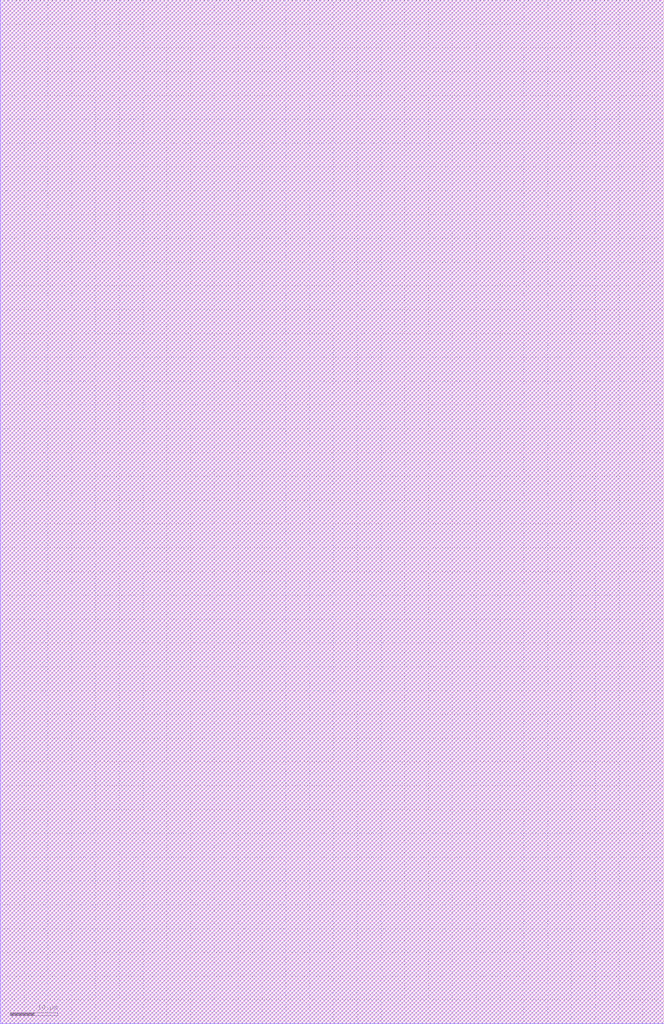
<source format=lef>
# This is a template LEF file
# that can be used for a block macro
#
# Johannes Grad, IIT
#

VERSION 5.4 ;
NAMESCASESENSITIVE ON ;
BUSBITCHARS "[]" ;
DIVIDERCHAR "/" ;
UNITS
  DATABASE MICRONS 1000 ;
END UNITS


#########################################################
# CHANGE 1
# Change "SIZE" to the actual size of the block
# Currently the size is set to 138.9u wide, 213u high
# Make sure that the values are in MICRONS
#########################################################

SITE  MacroSite
    CLASS	Core ;
    SIZE	139.5 by 215.1 ;
END  MacroSite

#########################################################
# CHANGE 2
# Set SIZE to the same value as above
#########################################################

MACRO sram
  SIZE 139.5 by 215.1 ;
  CLASS BLOCK ;
  FOREIGN sram 0 0 ;
  ORIGIN 0 0 ;
  SYMMETRY x y r90 ;
  SITE MacroSite ;

#########################################################
# CHANGE 3
# Insert below all the pin geometries from the mag2lef output
#########################################################


  
#########################################################
# CHANGE 4
# Give lower left and upper right corner of obstruction
# metal1 and metal2 should cover the entire cell
# metal3 has to leave the pin area exposed
#########################################################

  OBS 
      LAYER metal1 ;
        RECT 0.0 0.0 139.5 215.1 ;
      LAYER metal2 ;
        RECT 0.0 0.0 139.5 215.1 ;
  END 

END sram

END LIBRARY

</source>
